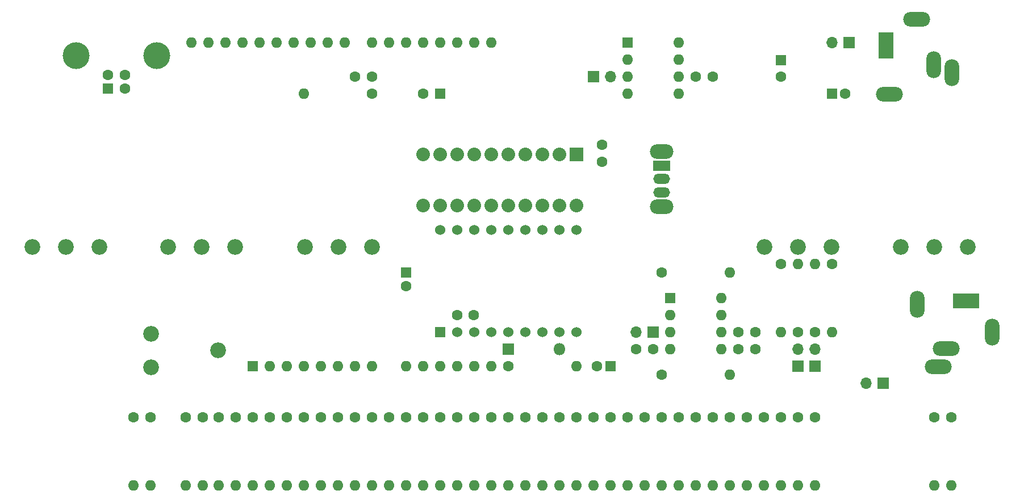
<source format=gbr>
%TF.GenerationSoftware,KiCad,Pcbnew,(6.0.2)*%
%TF.CreationDate,2022-03-12T17:52:30+01:00*%
%TF.ProjectId,hardware,68617264-7761-4726-952e-6b696361645f,rev?*%
%TF.SameCoordinates,Original*%
%TF.FileFunction,Soldermask,Bot*%
%TF.FilePolarity,Negative*%
%FSLAX46Y46*%
G04 Gerber Fmt 4.6, Leading zero omitted, Abs format (unit mm)*
G04 Created by KiCad (PCBNEW (6.0.2)) date 2022-03-12 17:52:30*
%MOMM*%
%LPD*%
G01*
G04 APERTURE LIST*
%ADD10C,1.600000*%
%ADD11O,1.600000X1.600000*%
%ADD12R,2.032000X2.032000*%
%ADD13C,2.032000*%
%ADD14R,1.600000X1.600000*%
%ADD15R,1.700000X1.700000*%
%ADD16O,1.700000X1.700000*%
%ADD17C,4.000000*%
%ADD18C,2.340000*%
%ADD19O,2.200000X4.000000*%
%ADD20O,4.000000X2.200000*%
%ADD21R,2.200000X4.000000*%
%ADD22R,1.800000X1.800000*%
%ADD23O,1.800000X1.800000*%
%ADD24O,3.500000X2.200000*%
%ADD25R,2.500000X1.500000*%
%ADD26O,2.500000X1.500000*%
%ADD27R,4.000000X2.200000*%
%ADD28R,1.524000X1.524000*%
%ADD29C,1.524000*%
G04 APERTURE END LIST*
D10*
%TO.C,R48*%
X144780000Y-58420000D03*
D11*
X144780000Y-68580000D03*
%TD*%
D10*
%TO.C,R27*%
X106680000Y-81280000D03*
D11*
X106680000Y-91440000D03*
%TD*%
D10*
%TO.C,R12*%
X71120000Y-81280000D03*
D11*
X71120000Y-91440000D03*
%TD*%
D10*
%TO.C,R42*%
X160020000Y-81280000D03*
D11*
X160020000Y-91440000D03*
%TD*%
D10*
%TO.C,R47*%
X142240000Y-68580000D03*
D11*
X142240000Y-58420000D03*
%TD*%
D10*
%TO.C,R50*%
X137160000Y-58420000D03*
D11*
X137160000Y-68580000D03*
%TD*%
D10*
%TO.C,R33*%
X121920000Y-81280000D03*
D11*
X121920000Y-91440000D03*
%TD*%
D10*
%TO.C,R36*%
X129540000Y-81280000D03*
D11*
X129540000Y-91440000D03*
%TD*%
D10*
%TO.C,R21*%
X93980000Y-81280000D03*
D11*
X93980000Y-91440000D03*
%TD*%
D10*
%TO.C,R5*%
X53340000Y-81280000D03*
D11*
X53340000Y-91440000D03*
%TD*%
D10*
%TO.C,R13*%
X73660000Y-81280000D03*
D11*
X73660000Y-91440000D03*
%TD*%
D10*
%TO.C,R11*%
X68580000Y-81280000D03*
D11*
X68580000Y-91440000D03*
%TD*%
D10*
%TO.C,R22*%
X96520000Y-81280000D03*
D11*
X96520000Y-91440000D03*
%TD*%
D10*
%TO.C,R38*%
X134620000Y-81280000D03*
D11*
X134620000Y-91440000D03*
%TD*%
D12*
%TO.C,BAR1*%
X106680000Y-42017500D03*
D13*
X104140000Y-42017500D03*
X101600000Y-42017500D03*
X99060000Y-42017500D03*
X96520000Y-42017500D03*
X93980000Y-42017500D03*
X91440000Y-42017500D03*
X88900000Y-42017500D03*
X86360000Y-42017500D03*
X83820000Y-42017500D03*
X83820000Y-49637500D03*
X86360000Y-49637500D03*
X88900000Y-49637500D03*
X91440000Y-49637500D03*
X93980000Y-49637500D03*
X96520000Y-49637500D03*
X99060000Y-49637500D03*
X101600000Y-49637500D03*
X104140000Y-49637500D03*
X106680000Y-49637500D03*
%TD*%
D10*
%TO.C,R41*%
X142240000Y-81280000D03*
D11*
X142240000Y-91440000D03*
%TD*%
D10*
%TO.C,R46*%
X119390000Y-59690000D03*
D11*
X129550000Y-59690000D03*
%TD*%
D14*
%TO.C,C10*%
X86360000Y-33020000D03*
D10*
X83860000Y-33020000D03*
%TD*%
D15*
%TO.C,J2*%
X118120000Y-68580000D03*
D16*
X115580000Y-68580000D03*
%TD*%
D14*
%TO.C,J3*%
X36850000Y-32187500D03*
D10*
X39350000Y-32187500D03*
X39350000Y-30187500D03*
X36850000Y-30187500D03*
D17*
X44100000Y-27327500D03*
X32100000Y-27327500D03*
%TD*%
D10*
%TO.C,R6*%
X55880000Y-81280000D03*
D11*
X55880000Y-91440000D03*
%TD*%
D18*
%TO.C,RV5*%
X165020000Y-55880000D03*
X160020000Y-55880000D03*
X155020000Y-55880000D03*
%TD*%
D14*
%TO.C,U3*%
X114300000Y-25400000D03*
D11*
X114300000Y-27940000D03*
X114300000Y-30480000D03*
X114300000Y-33020000D03*
X121920000Y-33020000D03*
X121920000Y-30480000D03*
X121920000Y-27940000D03*
X121920000Y-25400000D03*
%TD*%
D14*
%TO.C,C7*%
X111760000Y-73660000D03*
D10*
X109760000Y-73660000D03*
%TD*%
D19*
%TO.C,J6*%
X162622500Y-29850000D03*
X159922500Y-28650000D03*
D20*
X157422500Y-21850000D03*
D21*
X152822500Y-25750000D03*
D20*
X153322500Y-33050000D03*
%TD*%
D10*
%TO.C,R17*%
X83820000Y-81280000D03*
D11*
X83820000Y-91440000D03*
%TD*%
D10*
%TO.C,R7*%
X58420000Y-81280000D03*
D11*
X58420000Y-91440000D03*
%TD*%
D10*
%TO.C,R3*%
X48460000Y-81280000D03*
D11*
X48460000Y-91440000D03*
%TD*%
D10*
%TO.C,R20*%
X91440000Y-81280000D03*
D11*
X91440000Y-91440000D03*
%TD*%
D10*
%TO.C,R16*%
X81280000Y-81280000D03*
D11*
X81280000Y-91440000D03*
%TD*%
D22*
%TO.C,D1*%
X96520000Y-71120000D03*
D23*
X104140000Y-71120000D03*
%TD*%
D10*
%TO.C,C4*%
X88900000Y-66040000D03*
X91400000Y-66040000D03*
%TD*%
%TO.C,R10*%
X66040000Y-81280000D03*
D11*
X66040000Y-91440000D03*
%TD*%
D18*
%TO.C,RV3*%
X76200000Y-55880000D03*
X71200000Y-55880000D03*
X66200000Y-55880000D03*
%TD*%
D10*
%TO.C,C1*%
X115580000Y-71080000D03*
X118080000Y-71080000D03*
%TD*%
%TO.C,R15*%
X78740000Y-81280000D03*
D11*
X78740000Y-91440000D03*
%TD*%
D10*
%TO.C,R8*%
X60960000Y-81280000D03*
D11*
X60960000Y-91440000D03*
%TD*%
D10*
%TO.C,R9*%
X63500000Y-81280000D03*
D11*
X63500000Y-91440000D03*
%TD*%
D10*
%TO.C,C3*%
X130820000Y-68580000D03*
X133320000Y-68580000D03*
%TD*%
%TO.C,R43*%
X162560000Y-81280000D03*
D11*
X162560000Y-91440000D03*
%TD*%
D18*
%TO.C,RV6*%
X144700000Y-55880000D03*
X139700000Y-55880000D03*
X134700000Y-55880000D03*
%TD*%
D15*
%TO.C,J7*%
X142240000Y-73660000D03*
D16*
X142240000Y-71120000D03*
%TD*%
D10*
%TO.C,C5*%
X110490000Y-40640000D03*
X110490000Y-43140000D03*
%TD*%
D24*
%TO.C,SW1*%
X119380000Y-49820000D03*
X119380000Y-41620000D03*
D25*
X119380000Y-43720000D03*
D26*
X119380000Y-45720000D03*
X119380000Y-47720000D03*
%TD*%
D10*
%TO.C,R25*%
X101600000Y-81280000D03*
D11*
X101600000Y-91440000D03*
%TD*%
D14*
%TO.C,C9*%
X137160000Y-27980000D03*
D10*
X137160000Y-30480000D03*
%TD*%
D18*
%TO.C,RV1*%
X35560000Y-55880000D03*
X30560000Y-55880000D03*
X25560000Y-55880000D03*
%TD*%
%TO.C,RV2*%
X55800000Y-55880000D03*
X50800000Y-55880000D03*
X45800000Y-55880000D03*
%TD*%
D10*
%TO.C,R2*%
X43180000Y-81280000D03*
D11*
X43180000Y-91440000D03*
%TD*%
D10*
%TO.C,C6*%
X127000000Y-30480000D03*
X124500000Y-30480000D03*
%TD*%
%TO.C,R18*%
X86360000Y-81280000D03*
D11*
X86360000Y-91440000D03*
%TD*%
D10*
%TO.C,C12*%
X76200000Y-30480000D03*
X73700000Y-30480000D03*
%TD*%
D20*
%TO.C,J4*%
X160650000Y-73722500D03*
X161850000Y-71022500D03*
D19*
X168650000Y-68522500D03*
D27*
X164750000Y-63922500D03*
D19*
X157450000Y-64422500D03*
%TD*%
D10*
%TO.C,R29*%
X111760000Y-81280000D03*
D11*
X111760000Y-91440000D03*
%TD*%
D10*
%TO.C,R26*%
X104140000Y-81280000D03*
D11*
X104140000Y-91440000D03*
%TD*%
D10*
%TO.C,R34*%
X124460000Y-81280000D03*
D11*
X124460000Y-91440000D03*
%TD*%
D10*
%TO.C,R1*%
X40640000Y-81280000D03*
D11*
X40640000Y-91440000D03*
%TD*%
D15*
%TO.C,J8*%
X109220000Y-30480000D03*
D16*
X111760000Y-30480000D03*
%TD*%
D14*
%TO.C,C8*%
X144780000Y-33020000D03*
D10*
X146780000Y-33020000D03*
%TD*%
%TO.C,R14*%
X76200000Y-81280000D03*
D11*
X76200000Y-91440000D03*
%TD*%
D10*
%TO.C,R24*%
X99060000Y-81280000D03*
D11*
X99060000Y-91440000D03*
%TD*%
D10*
%TO.C,R49*%
X139700000Y-68580000D03*
D11*
X139700000Y-58420000D03*
%TD*%
D10*
%TO.C,R28*%
X109220000Y-81280000D03*
D11*
X109220000Y-91440000D03*
%TD*%
D10*
%TO.C,R32*%
X119380000Y-81280000D03*
D11*
X119380000Y-91440000D03*
%TD*%
D10*
%TO.C,R39*%
X137160000Y-81280000D03*
D11*
X137160000Y-91440000D03*
%TD*%
D15*
%TO.C,J1*%
X152400000Y-76200000D03*
D16*
X149860000Y-76200000D03*
%TD*%
D18*
%TO.C,RV4*%
X43260000Y-73770000D03*
X53260000Y-71270000D03*
X43260000Y-68770000D03*
%TD*%
D15*
%TO.C,J5*%
X147320000Y-25400000D03*
D16*
X144780000Y-25400000D03*
%TD*%
D10*
%TO.C,C2*%
X130820000Y-71120000D03*
X133320000Y-71120000D03*
%TD*%
%TO.C,R35*%
X127000000Y-81280000D03*
D11*
X127000000Y-91440000D03*
%TD*%
D10*
%TO.C,R31*%
X116840000Y-81280000D03*
D11*
X116840000Y-91440000D03*
%TD*%
D10*
%TO.C,R23*%
X119390000Y-74930000D03*
D11*
X129550000Y-74930000D03*
%TD*%
D10*
%TO.C,R37*%
X132080000Y-81280000D03*
D11*
X132080000Y-91440000D03*
%TD*%
D10*
%TO.C,R4*%
X51000000Y-81280000D03*
D11*
X51000000Y-91440000D03*
%TD*%
D10*
%TO.C,R44*%
X96520000Y-73660000D03*
D11*
X106680000Y-73660000D03*
%TD*%
D14*
%TO.C,U1*%
X120660000Y-63500000D03*
D11*
X120660000Y-66040000D03*
X120660000Y-68580000D03*
X120660000Y-71120000D03*
X128280000Y-71120000D03*
X128280000Y-68580000D03*
X128280000Y-66040000D03*
X128280000Y-63500000D03*
%TD*%
D10*
%TO.C,R45*%
X76200000Y-33020000D03*
D11*
X66040000Y-33020000D03*
%TD*%
D14*
%TO.C,C11*%
X81280000Y-59690000D03*
D10*
X81280000Y-61690000D03*
%TD*%
D28*
%TO.C,U2*%
X86360000Y-68580000D03*
D29*
X88900000Y-68580000D03*
X91440000Y-68580000D03*
X93980000Y-68580000D03*
X96520000Y-68580000D03*
X99060000Y-68580000D03*
X101600000Y-68580000D03*
X104140000Y-68580000D03*
X106680000Y-68580000D03*
X106680000Y-53340000D03*
X104140000Y-53340000D03*
X101600000Y-53340000D03*
X99060000Y-53340000D03*
X96520000Y-53340000D03*
X93980000Y-53340000D03*
X91440000Y-53340000D03*
X88900000Y-53340000D03*
X86360000Y-53340000D03*
%TD*%
D10*
%TO.C,R19*%
X88900000Y-81280000D03*
D11*
X88900000Y-91440000D03*
%TD*%
D10*
%TO.C,R40*%
X139700000Y-81280000D03*
D11*
X139700000Y-91440000D03*
%TD*%
D15*
%TO.C,J9*%
X139700000Y-73660000D03*
D16*
X139700000Y-71120000D03*
%TD*%
D10*
%TO.C,R30*%
X114300000Y-81280000D03*
D11*
X114300000Y-91440000D03*
%TD*%
D14*
%TO.C,A1*%
X58420000Y-73660000D03*
D11*
X60960000Y-73660000D03*
X63500000Y-73660000D03*
X66040000Y-73660000D03*
X68580000Y-73660000D03*
X71120000Y-73660000D03*
X73660000Y-73660000D03*
X76200000Y-73660000D03*
X81280000Y-73660000D03*
X83820000Y-73660000D03*
X86360000Y-73660000D03*
X88900000Y-73660000D03*
X91440000Y-73660000D03*
X93980000Y-73660000D03*
X93980000Y-25400000D03*
X91440000Y-25400000D03*
X88900000Y-25400000D03*
X86360000Y-25400000D03*
X83820000Y-25400000D03*
X81280000Y-25400000D03*
X78740000Y-25400000D03*
X76200000Y-25400000D03*
X72140000Y-25400000D03*
X69600000Y-25400000D03*
X67060000Y-25400000D03*
X64520000Y-25400000D03*
X61980000Y-25400000D03*
X59440000Y-25400000D03*
X56900000Y-25400000D03*
X54360000Y-25400000D03*
X51820000Y-25400000D03*
X49280000Y-25400000D03*
%TD*%
M02*

</source>
